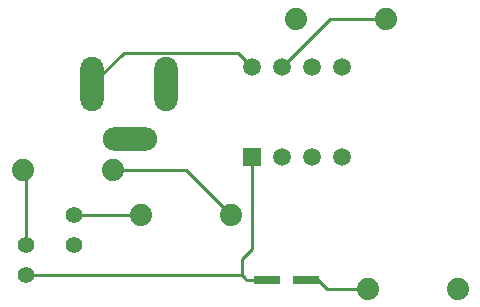
<source format=gtl>
G04 Layer: TopLayer*
G04 EasyEDA v6.5.44, 2024-07-21 16:24:13*
G04 9c1bdb26fcb24e138229f6b6421db46a,10*
G04 Gerber Generator version 0.2*
G04 Scale: 100 percent, Rotated: No, Reflected: No *
G04 Dimensions in millimeters *
G04 leading zeros omitted , absolute positions ,4 integer and 5 decimal *
%FSLAX45Y45*%
%MOMM*%

%ADD10C,0.2540*%
%ADD11R,2.2000X0.8000*%
%ADD12O,1.9999959999999999X4.5999908*%
%ADD13O,4.5999908X1.9999959999999999*%
%ADD14C,1.4000*%
%ADD15C,1.8796*%
%ADD16R,1.5000X1.5000*%
%ADD17C,1.5000*%

%LPD*%
D10*
X1727202Y4622800D02*
G01*
X2349502Y4622800D01*
X2730502Y4241800D01*
X3162302Y5499100D02*
G01*
X3568702Y5905500D01*
X4038602Y5905500D01*
X1968502Y4241800D02*
G01*
X1397002Y4241800D01*
X965202Y4622800D02*
G01*
X990602Y4597400D01*
X990602Y3987800D01*
X2908302Y5499100D02*
G01*
X2789913Y5617489D01*
X1821284Y5617489D01*
X1556920Y5353126D01*
X3035300Y3695700D02*
G01*
X2859224Y3695700D01*
X2846524Y3708400D01*
X2908302Y4737100D02*
G01*
X2908302Y3955567D01*
X2821129Y3868394D01*
X2821129Y3733800D01*
X990602Y3733800D02*
G01*
X2821129Y3733800D01*
X2821129Y3733800D02*
G01*
X2846529Y3708400D01*
X3886202Y3619500D02*
G01*
X3541575Y3619500D01*
X3452675Y3708400D01*
X3365500Y3695700D02*
G01*
X3439975Y3695700D01*
X3452675Y3708400D01*
D11*
G01*
X3365500Y3695700D03*
G01*
X3035300Y3695700D03*
D12*
G01*
X2176881Y5353088D03*
G01*
X1556918Y5353113D03*
D13*
G01*
X1876907Y4883086D03*
D14*
G01*
X990600Y3987800D03*
G01*
X990600Y3733800D03*
G01*
X1397000Y4241800D03*
G01*
X1397000Y3987800D03*
D15*
G01*
X3276600Y5905500D03*
G01*
X4038600Y5905500D03*
G01*
X1968500Y4241800D03*
G01*
X2730500Y4241800D03*
G01*
X3886200Y3619500D03*
G01*
X4648200Y3619500D03*
G01*
X1727200Y4622800D03*
G01*
X965200Y4622800D03*
D16*
G01*
X2908300Y4737100D03*
D17*
G01*
X3162300Y4737100D03*
G01*
X3416300Y4737100D03*
G01*
X3670300Y4737100D03*
G01*
X2908300Y5499100D03*
G01*
X3162300Y5499100D03*
G01*
X3416300Y5499100D03*
G01*
X3670300Y5499100D03*
M02*

</source>
